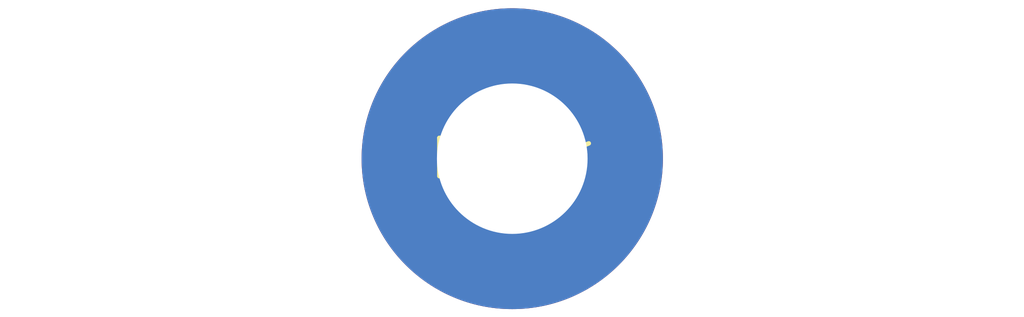
<source format=kicad_pcb>
(kicad_pcb (version 20240108) (generator pcbnew)
  (layers (0 "F.Cu" signal) (31 "B.Cu" signal) (34 "B.Paste" user) (35 "F.Paste" user) (36 "B.SilkS" user "B.Silkscreen") (37 "F.SilkS" user "F.Silkscreen") (38 "B.Mask" user) (39 "F.Mask" user) (44 "Edge.Cuts" user))
  (net 0 "")
  (footprint "MountingHole_5mm_Pad_TopBottom" (layer "F.Cu") (at 0 0)
    (property "Reference" "REF**")
    (property "Value" "MountingHole_5mm_Pad_TopBottom")
    (pad "1" thru_hole circle (at 0 0) (size 5.4 5.4) (drill 5) (layers *.Cu *.Mask) (remove_unused_layers))
    (pad "1" connect circle (at 0 0) (size 10 10) (layers "F.Cu" "F.Mask"))
    (pad "1" connect circle (at 0 0) (size 10 10) (layers "B.Cu" "B.Mask"))
  )
)
</source>
